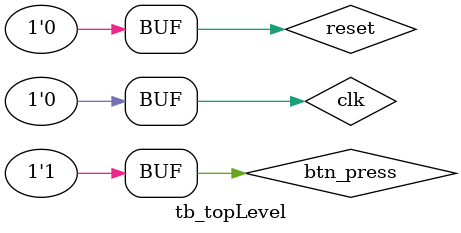
<source format=v>
`timescale 1ns / 1ps


module tb_topLevel;

	// Inputs
	reg reset;
	reg btn_press;
	reg clk;

	// Outputs
	wire UART_TX;

	// Instantiate the Unit Under Test (UUT)
	top_level uut (
		.reset(reset), 
		.btn_press(btn_press), 
		.clk(clk), 
		.UART_TX(UART_TX)
	);

	
	initial begin
	
		reset = 0;
		btn_press = 0;
		clk = ~clk;
		#100;
		
			
		reset = 1;
		btn_press = 1;
		clk = 1;
		#100;
		
			
		reset = 1;
		btn_press = 1;
		clk = ~clk;
		#100;
		
		
		reset = 0;
		btn_press = 1;
		clk = ~clk;
		#100;
		
		reset = 0;
		btn_press = 1;
		clk = ~clk;
		#100;
		
		reset = 0;
		btn_press = 1;
		clk = ~clk;
		#100;
		
		reset = 0;
		btn_press = 1;
		clk = ~clk;
		#100;
		
		reset = 0;
		btn_press = 1;
		clk = ~clk;
		#100;
		
		reset = 0;
		btn_press = 1;
		clk = ~clk;
		#100;
		
		reset = 0;
		btn_press = 1;
		clk = ~clk;
		#100;
		
		reset = 0;
		btn_press = 1;
		clk = ~clk;
		#100;
		
		reset = 0;
		btn_press = 1;
		clk = ~clk;
		#100;
		
		reset = 0;
		btn_press = 1;
		clk = ~clk;
		#100;
		
		reset = 0;
		btn_press = 1;
		clk = ~clk;
		#100;
		
		reset = 0;
		btn_press = 1;
		clk = ~clk;
		#100;
		
		reset = 0;
		btn_press = 1;
		clk = ~clk;
		#100;
		
		reset = 0;
		btn_press = 1;
		clk = ~clk;
		#100;
		
		reset = 0;
		btn_press = 1;
		clk = ~clk;
		#100;
		
		reset = 0;
		btn_press = 1;
		clk = ~clk;
		#100;
		
		reset = 0;
		btn_press = 1;
		clk = ~clk;
		#100;
		
		reset = 0;
		btn_press = 1;
		clk = ~clk;
		#100;
		
		reset = 0;
		btn_press = 1;
		clk = ~clk;
		#100;
		
		reset = 0;
		btn_press = 1;
		clk = ~clk;
		#100;
	end
      
endmodule


</source>
